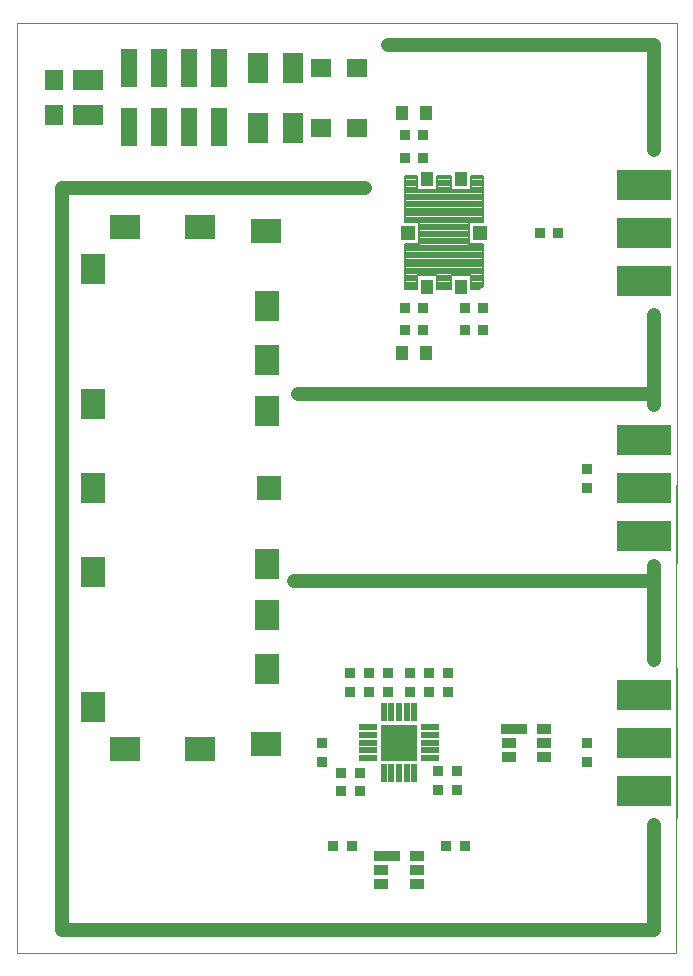
<source format=gts>
G75*
G70*
%OFA0B0*%
%FSLAX24Y24*%
%IPPOS*%
%LPD*%
%AMOC8*
5,1,8,0,0,1.08239X$1,22.5*
%
%ADD10C,0.0000*%
%ADD11C,0.0480*%
%ADD12R,0.0840X0.0840*%
%ADD13R,0.1040X0.0840*%
%ADD14R,0.0840X0.1040*%
%ADD15R,0.1840X0.1040*%
%ADD16R,0.0355X0.0355*%
%ADD17R,0.0512X0.0355*%
%ADD18R,0.0867X0.0355*%
%ADD19R,0.1221X0.1221*%
%ADD20R,0.0631X0.0188*%
%ADD21R,0.0188X0.0631*%
%ADD22R,0.0473X0.0473*%
%ADD23R,0.0394X0.0473*%
%ADD24C,0.0079*%
%ADD25R,0.0434X0.0512*%
%ADD26R,0.0540X0.1300*%
%ADD27R,0.0670X0.0985*%
%ADD28R,0.0985X0.0670*%
%ADD29R,0.0670X0.0591*%
%ADD30R,0.0591X0.0670*%
D10*
X000101Y000101D02*
X000101Y031101D01*
X022101Y031101D01*
X022093Y000101D01*
X000101Y000101D01*
X022101Y004601D02*
X022101Y009601D01*
X022101Y013101D02*
X022101Y018101D01*
X022101Y021601D02*
X022101Y026601D01*
D11*
X021351Y026851D02*
X021351Y030351D01*
X012476Y030351D01*
X011726Y025601D02*
X001601Y025601D01*
X001601Y000851D01*
X021351Y000851D01*
X021351Y004351D01*
X021351Y009851D02*
X021351Y012476D01*
X009351Y012476D01*
X009476Y018726D02*
X021351Y018726D01*
X021351Y018351D01*
X021351Y018726D02*
X021351Y021351D01*
X021351Y012976D02*
X021351Y012476D01*
D12*
X008501Y015601D03*
D13*
X008401Y007051D03*
X006201Y006901D03*
X003701Y006901D03*
X003701Y024301D03*
X006201Y024301D03*
X008401Y024151D03*
D14*
X008451Y021651D03*
X008451Y019851D03*
X008451Y018151D03*
X008451Y013051D03*
X008451Y011351D03*
X008451Y009551D03*
X002651Y008301D03*
X002651Y012801D03*
X002651Y015601D03*
X002651Y018401D03*
X002651Y022901D03*
D15*
X021001Y022501D03*
X021001Y024101D03*
X021001Y025701D03*
X021001Y017201D03*
X021001Y015601D03*
X021001Y014001D03*
X021001Y008701D03*
X021001Y007101D03*
X021001Y005501D03*
D16*
X019101Y006473D03*
X019101Y007103D03*
X015041Y003663D03*
X014411Y003663D03*
X014161Y005538D03*
X014161Y006163D03*
X014791Y006163D03*
X014791Y005538D03*
X014476Y008786D03*
X013851Y008786D03*
X013851Y009416D03*
X014476Y009416D03*
X013226Y009416D03*
X013226Y008786D03*
X012476Y008786D03*
X012476Y009416D03*
X011851Y009416D03*
X011226Y009416D03*
X011226Y008786D03*
X011851Y008786D03*
X010288Y007103D03*
X010288Y006473D03*
X010911Y006101D03*
X010911Y005476D03*
X011541Y005476D03*
X011541Y006101D03*
X011291Y003663D03*
X010661Y003663D03*
X019101Y015598D03*
X019101Y016228D03*
X015666Y020851D03*
X015036Y020851D03*
X015036Y021601D03*
X015666Y021601D03*
X013666Y021601D03*
X013036Y021601D03*
X013036Y020851D03*
X013666Y020851D03*
X017536Y024101D03*
X018166Y024101D03*
X013666Y026601D03*
X013036Y026601D03*
X013036Y027351D03*
X013666Y027351D03*
D17*
X017691Y007573D03*
X017691Y007101D03*
X017691Y006628D03*
X016510Y006628D03*
X016510Y007101D03*
X013441Y003323D03*
X013441Y002851D03*
X013441Y002378D03*
X012260Y002378D03*
X012260Y002851D03*
D18*
X012437Y003323D03*
X016687Y007573D03*
D19*
X012851Y007101D03*
D20*
X013874Y007101D03*
X013874Y007357D03*
X013874Y007613D03*
X013874Y006845D03*
X013874Y006589D03*
X011827Y006589D03*
X011827Y006845D03*
X011827Y007101D03*
X011827Y007357D03*
X011827Y007613D03*
D21*
X012339Y008124D03*
X012595Y008124D03*
X012851Y008124D03*
X013107Y008124D03*
X013363Y008124D03*
X013363Y006077D03*
X013107Y006077D03*
X012851Y006077D03*
X012595Y006077D03*
X012339Y006077D03*
D22*
X013150Y024101D03*
X015552Y024101D03*
D23*
X014922Y025892D03*
X013780Y025892D03*
X013780Y022309D03*
X014922Y022309D03*
D24*
X015256Y022281D02*
X015602Y022281D01*
X015650Y022329D02*
X015532Y022211D01*
X015256Y022211D01*
X015256Y022683D01*
X014587Y022683D01*
X014587Y022211D01*
X014115Y022211D01*
X014115Y022683D01*
X013445Y022683D01*
X013445Y022211D01*
X013052Y022211D01*
X013052Y023727D01*
X013524Y023727D01*
X013524Y024475D01*
X013052Y024475D01*
X013052Y025991D01*
X013445Y025991D01*
X013445Y025518D01*
X014115Y025518D01*
X014115Y025991D01*
X014587Y025991D01*
X014587Y025518D01*
X015256Y025518D01*
X015256Y025991D01*
X015650Y025991D01*
X015650Y024475D01*
X015178Y024475D01*
X015178Y023727D01*
X015650Y023727D01*
X015650Y022329D01*
X015650Y022358D02*
X015256Y022358D01*
X015256Y022436D02*
X015650Y022436D01*
X015650Y022513D02*
X015256Y022513D01*
X015256Y022590D02*
X015650Y022590D01*
X015650Y022668D02*
X015256Y022668D01*
X015650Y022745D02*
X013052Y022745D01*
X013052Y022822D02*
X015650Y022822D01*
X015650Y022899D02*
X013052Y022899D01*
X013052Y022977D02*
X015650Y022977D01*
X015650Y023054D02*
X013052Y023054D01*
X013052Y023131D02*
X015650Y023131D01*
X015650Y023209D02*
X013052Y023209D01*
X013052Y023286D02*
X015650Y023286D01*
X015650Y023363D02*
X013052Y023363D01*
X013052Y023440D02*
X015650Y023440D01*
X015650Y023518D02*
X013052Y023518D01*
X013052Y023595D02*
X015650Y023595D01*
X015650Y023672D02*
X013052Y023672D01*
X013524Y023750D02*
X015178Y023750D01*
X015178Y023827D02*
X013524Y023827D01*
X013524Y023904D02*
X015178Y023904D01*
X015178Y023981D02*
X013524Y023981D01*
X013524Y024059D02*
X015178Y024059D01*
X015178Y024136D02*
X013524Y024136D01*
X013524Y024213D02*
X015178Y024213D01*
X015178Y024291D02*
X013524Y024291D01*
X013524Y024368D02*
X015178Y024368D01*
X015178Y024445D02*
X013524Y024445D01*
X013052Y024522D02*
X015650Y024522D01*
X015650Y024600D02*
X013052Y024600D01*
X013052Y024677D02*
X015650Y024677D01*
X015650Y024754D02*
X013052Y024754D01*
X013052Y024831D02*
X015650Y024831D01*
X015650Y024909D02*
X013052Y024909D01*
X013052Y024986D02*
X015650Y024986D01*
X015650Y025063D02*
X013052Y025063D01*
X013052Y025141D02*
X015650Y025141D01*
X015650Y025218D02*
X013052Y025218D01*
X013052Y025295D02*
X015650Y025295D01*
X015650Y025372D02*
X013052Y025372D01*
X013052Y025450D02*
X015650Y025450D01*
X015650Y025527D02*
X015256Y025527D01*
X015256Y025604D02*
X015650Y025604D01*
X015650Y025682D02*
X015256Y025682D01*
X015256Y025759D02*
X015650Y025759D01*
X015650Y025836D02*
X015256Y025836D01*
X015256Y025913D02*
X015650Y025913D01*
X014587Y025913D02*
X014115Y025913D01*
X014115Y025836D02*
X014587Y025836D01*
X014587Y025759D02*
X014115Y025759D01*
X014115Y025682D02*
X014587Y025682D01*
X014587Y025604D02*
X014115Y025604D01*
X014115Y025527D02*
X014587Y025527D01*
X013445Y025527D02*
X013052Y025527D01*
X013052Y025604D02*
X013445Y025604D01*
X013445Y025682D02*
X013052Y025682D01*
X013052Y025759D02*
X013445Y025759D01*
X013445Y025836D02*
X013052Y025836D01*
X013052Y025913D02*
X013445Y025913D01*
X013445Y022668D02*
X013052Y022668D01*
X013052Y022590D02*
X013445Y022590D01*
X013445Y022513D02*
X013052Y022513D01*
X013052Y022436D02*
X013445Y022436D01*
X013445Y022358D02*
X013052Y022358D01*
X013052Y022281D02*
X013445Y022281D01*
X014115Y022281D02*
X014587Y022281D01*
X014587Y022358D02*
X014115Y022358D01*
X014115Y022436D02*
X014587Y022436D01*
X014587Y022513D02*
X014115Y022513D01*
X014115Y022590D02*
X014587Y022590D01*
X014587Y022668D02*
X014115Y022668D01*
D25*
X013744Y020101D03*
X012957Y020101D03*
X012957Y028101D03*
X013744Y028101D03*
D26*
X006851Y027617D03*
X005851Y027617D03*
X004851Y027617D03*
X003851Y027617D03*
X003851Y029585D03*
X004851Y029585D03*
X005851Y029585D03*
X006851Y029585D03*
D27*
X008135Y029601D03*
X009316Y029601D03*
X009316Y027601D03*
X008135Y027601D03*
D28*
X002476Y028010D03*
X002476Y029191D03*
D29*
X010260Y029601D03*
X011441Y029601D03*
X011441Y027601D03*
X010260Y027601D03*
D30*
X001351Y028010D03*
X001351Y029191D03*
M02*

</source>
